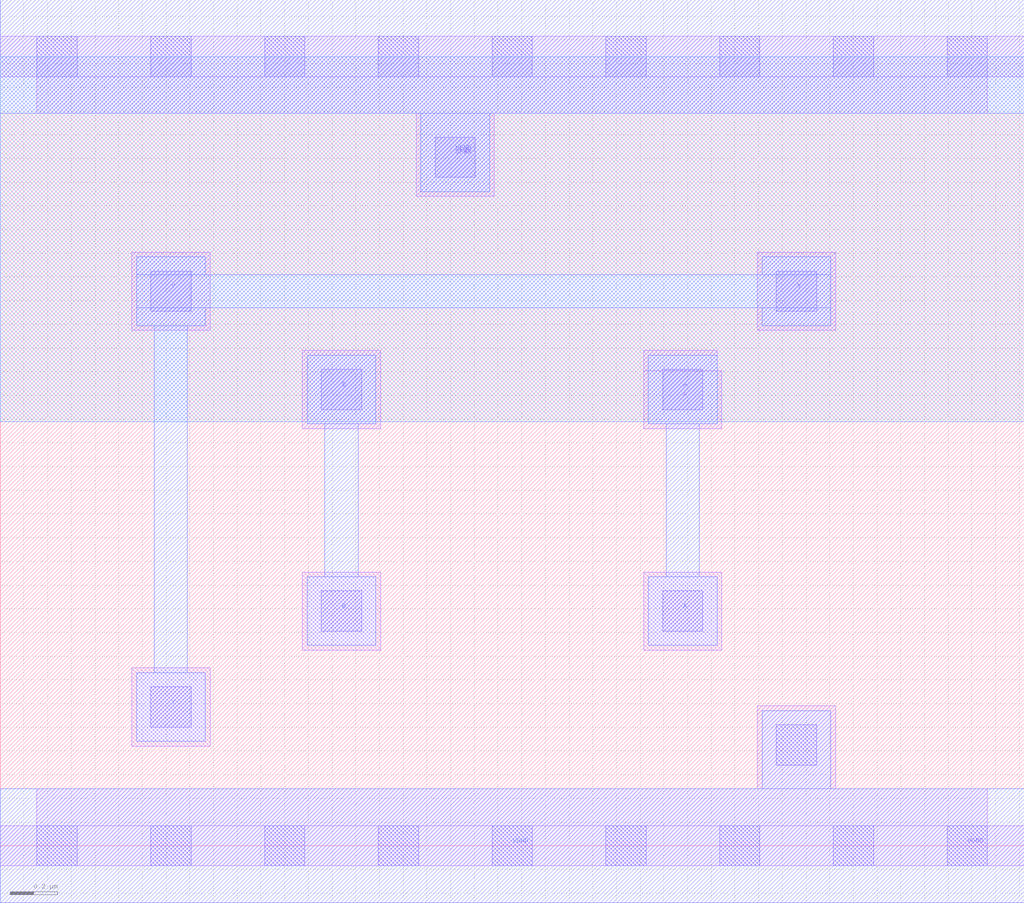
<source format=lef>
VERSION 5.7 ;
  NOWIREEXTENSIONATPIN ON ;
  DIVIDERCHAR "/" ;
  BUSBITCHARS "[]" ;
MACRO NAND2X1
  CLASS CORE ;
  FOREIGN NAND2X1 ;
  ORIGIN 0.000 0.000 ;
  SIZE 4.320 BY 3.330 ;
  SYMMETRY X Y ;
  SITE unit ;
  PIN A
    ANTENNAGATEAREA 0.189000 ;
    PORT
      LAYER met1 ;
        RECT 2.735 1.780 3.025 2.070 ;
        RECT 2.810 1.135 2.950 1.780 ;
        RECT 2.735 0.845 3.025 1.135 ;
    END
    PORT
      LAYER li1 ;
        RECT 2.715 2.005 3.025 2.090 ;
        RECT 2.715 1.760 3.045 2.005 ;
      LAYER mcon ;
        RECT 2.795 1.840 2.965 2.010 ;
    END
  END A
  PIN B
    ANTENNAGATEAREA 0.189000 ;
    PORT
      LAYER met1 ;
        RECT 1.295 1.780 1.585 2.070 ;
        RECT 1.370 1.135 1.510 1.780 ;
        RECT 1.295 0.845 1.585 1.135 ;
    END
    PORT
      LAYER li1 ;
        RECT 1.275 1.760 1.605 2.090 ;
      LAYER mcon ;
        RECT 1.355 1.840 1.525 2.010 ;
    END
  END B
  PIN VGND
    ANTENNADIFFAREA 0.331800 ;
    PORT
      LAYER met1 ;
        RECT 3.215 0.240 3.505 0.570 ;
        RECT 0.000 -0.240 4.320 0.240 ;
    END
    PORT
      LAYER li1 ;
        RECT 3.195 0.240 3.525 0.590 ;
        RECT 0.155 0.085 4.165 0.240 ;
        RECT 0.000 -0.085 4.320 0.085 ;
      LAYER mcon ;
        RECT 3.275 0.340 3.445 0.510 ;
        RECT 0.155 -0.085 0.325 0.085 ;
        RECT 0.635 -0.085 0.805 0.085 ;
        RECT 1.115 -0.085 1.285 0.085 ;
        RECT 1.595 -0.085 1.765 0.085 ;
        RECT 2.075 -0.085 2.245 0.085 ;
        RECT 2.555 -0.085 2.725 0.085 ;
        RECT 3.035 -0.085 3.205 0.085 ;
        RECT 3.515 -0.085 3.685 0.085 ;
        RECT 3.995 -0.085 4.165 0.085 ;
    END
    PORT
      LAYER met1 ;
        RECT 0.000 3.090 4.320 3.570 ;
        RECT 1.775 2.760 2.065 3.090 ;
    END
  END VGND
  PIN VPWR
    ANTENNADIFFAREA 1.083600 ;
    PORT
      LAYER li1 ;
        RECT 0.000 3.245 4.320 3.415 ;
        RECT 0.155 3.090 4.165 3.245 ;
        RECT 1.755 2.740 2.085 3.090 ;
      LAYER mcon ;
        RECT 0.155 3.245 0.325 3.415 ;
        RECT 0.635 3.245 0.805 3.415 ;
        RECT 1.115 3.245 1.285 3.415 ;
        RECT 1.595 3.245 1.765 3.415 ;
        RECT 2.075 3.245 2.245 3.415 ;
        RECT 2.555 3.245 2.725 3.415 ;
        RECT 3.035 3.245 3.205 3.415 ;
        RECT 3.515 3.245 3.685 3.415 ;
        RECT 3.995 3.245 4.165 3.415 ;
        RECT 1.835 2.820 2.005 2.990 ;
    END
  END VPWR
  PIN Y
    ANTENNADIFFAREA 1.711200 ;
    PORT
      LAYER met1 ;
        RECT 0.575 2.410 0.865 2.485 ;
        RECT 3.215 2.410 3.505 2.485 ;
        RECT 0.575 2.270 3.505 2.410 ;
        RECT 0.575 2.195 0.865 2.270 ;
        RECT 3.215 2.195 3.505 2.270 ;
        RECT 0.650 0.730 0.790 2.195 ;
        RECT 0.575 0.440 0.865 0.730 ;
    END
    PORT
      LAYER li1 ;
        RECT 0.555 2.175 0.885 2.505 ;
      LAYER mcon ;
        RECT 0.635 2.255 0.805 2.425 ;
    END
    PORT
      LAYER li1 ;
        RECT 3.195 2.175 3.525 2.505 ;
      LAYER mcon ;
        RECT 3.275 2.255 3.445 2.425 ;
    END
  END Y
  OBS
      LAYER nwell ;
        RECT 0.000 1.790 4.320 3.330 ;
      LAYER li1 ;
        RECT 1.275 0.825 1.605 1.155 ;
        RECT 2.715 0.825 3.045 1.155 ;
        RECT 0.555 0.420 0.885 0.750 ;
      LAYER mcon ;
        RECT 1.355 0.905 1.525 1.075 ;
        RECT 2.795 0.905 2.965 1.075 ;
        RECT 0.635 0.500 0.805 0.670 ;
  END
END NAND2X1
END LIBRARY


</source>
